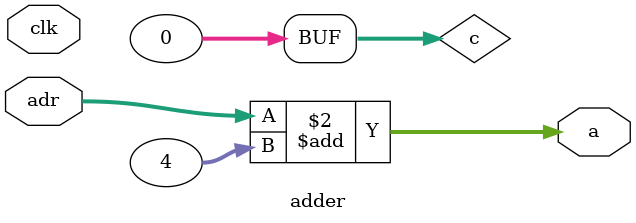
<source format=v>
module adder (clk,adr,a);


 reg [31:0]c=0;
 input [31:0]adr;
 output reg [31:0]a;
 input clk;

  
  
  always @(*) begin
     a = adr + 4;
  end
    
endmodule

</source>
